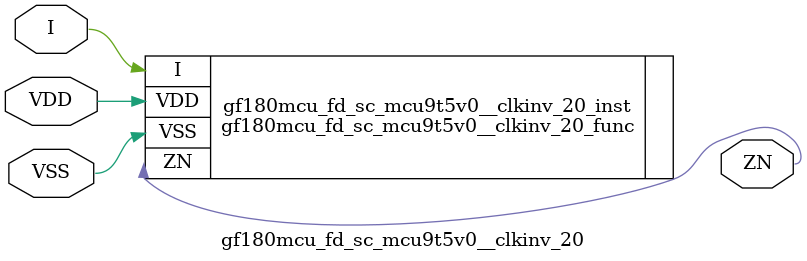
<source format=v>

module gf180mcu_fd_sc_mcu9t5v0__clkinv_20( I, ZN, VDD, VSS );
input I;
inout VDD, VSS;
output ZN;

   `ifdef FUNCTIONAL  //  functional //

	gf180mcu_fd_sc_mcu9t5v0__clkinv_20_func gf180mcu_fd_sc_mcu9t5v0__clkinv_20_behav_inst(.I(I),.ZN(ZN),.VDD(VDD),.VSS(VSS));

   `else

	gf180mcu_fd_sc_mcu9t5v0__clkinv_20_func gf180mcu_fd_sc_mcu9t5v0__clkinv_20_inst(.I(I),.ZN(ZN),.VDD(VDD),.VSS(VSS));

	// spec_gates_begin


	// spec_gates_end



   specify

	// specify_block_begin

	// comb arc I --> ZN
	 (I => ZN) = (1.0,1.0);

	// specify_block_end

   endspecify

   `endif

endmodule

</source>
